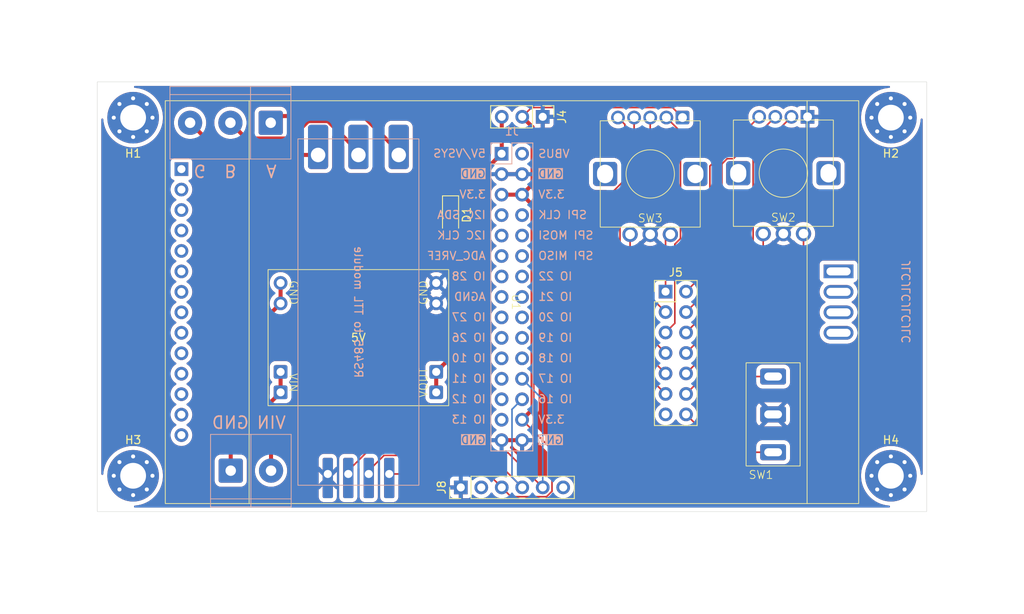
<source format=kicad_pcb>
(kicad_pcb (version 20241229) (generator "pcbnew") (generator_version "9.0")
  (layers (0 "F.Cu" signal) (2 "B.Cu" signal) (13 "F.Paste" user) (15 "B.Paste" user) (5 "F.SilkS" user "F.Silkscreen") (7 "B.SilkS" user "B.Silkscreen") (1 "F.Mask" user) (3 "B.Mask" user) (25 "Edge.Cuts" user))
  (net 0 "")
  (net 1 "/IO_19")
  (net 2 "/IO_12")
  (net 3 "/I2C_SDA")
  (net 4 "GND")
  (net 5 "/IO_18")
  (net 6 "/IO_22")
  (net 7 "VBUS")
  (net 8 "/IO_26")
  (net 9 "/AGND")
  (net 10 "/IO_28")
  (net 11 "/IO_17")
  (net 12 "/IO_27")
  (net 13 "/IO_13")
  (net 14 "/SPI_MOSI")
  (net 15 "/SPI_MISO")
  (net 16 "/IO_20")
  (net 17 "/SPI_CLK")
  (net 18 "+3.3V")
  (net 19 "/ADC_VREF")
  (net 20 "+5V")
  (net 21 "/IO_16")
  (net 22 "/I2C_CLK")
  (net 23 "/IO_21")
  (net 60 "/IO_10")
  (net 61 "/IO_11")
  (net 62 "/ENC_2_LR")
  (net 63 "/ENC_1_LR")
  (net 64 "/ENC_1_B")
  (net 65 "Net-(J2-Pin_2)")
  (net 66 "Net-(J2-Pin_1)")
  (net 67 "/ENC_1_LG")
  (net 68 "/ENC_2_LG")
  (net 69 "/ENC_1_A")
  (net 70 "/SW_1")
  (net 71 "/ENC_2_SW")
  (net 72 "Net-(J3-Pin_1)")
  (net 73 "/ENC_1_SW")
  (net 74 "/SW_2")
  (net 75 "Net-(J3-Pin_2)")
  (net 94 "Net-(J3-Pin_3)")
  (net 95 "/ENC_2_A")
  (net 96 "/ENC_1_LB")
  (net 97 "/ENC_2_B")
  (net 101 "Net-(D1-A)")
  (footprint "MountingHole:MountingHole_3.2mm_M3_Pad_Via" (layer "F.Cu") (at 80.01 78.105)
    (property "Reference" "H1" (at 0 4.445 0) (layer "F.SilkS"))
    (property "Value" "MountingHole_Pad")
    (pad "1" thru_hole circle (at -2.4 0) (size 0.8 0.8) (drill 0.5) (layers "*.Cu" "*.Mask"))
    (pad "1" thru_hole circle (at -1.697056 -1.697056) (size 0.8 0.8) (drill 0.5) (layers "*.Cu" "*.Mask"))
    (pad "1" thru_hole circle (at -1.697056 1.697056) (size 0.8 0.8) (drill 0.5) (layers "*.Cu" "*.Mask"))
    (pad "1" thru_hole circle (at 0 -2.4) (size 0.8 0.8) (drill 0.5) (layers "*.Cu" "*.Mask"))
    (pad "1" thru_hole circle (at 0 0) (size 6.4 6.4) (drill 3.2) (layers "*.Cu" "*.Mask"))
    (pad "1" thru_hole circle (at 0 2.4) (size 0.8 0.8) (drill 0.5) (layers "*.Cu" "*.Mask"))
    (pad "1" thru_hole circle (at 1.697056 -1.697056) (size 0.8 0.8) (drill 0.5) (layers "*.Cu" "*.Mask"))
    (pad "1" thru_hole circle (at 1.697056 1.697056) (size 0.8 0.8) (drill 0.5) (layers "*.Cu" "*.Mask"))
    (pad "1" thru_hole circle (at 2.4 0) (size 0.8 0.8) (drill 0.5) (layers "*.Cu" "*.Mask"))
  )
  (footprint "Connector_PinHeader_2.54mm:PinHeader_1x06_P2.54mm_Vertical" (layer "F.Cu") (at 120.65 124 90)
    (property "Reference" "J8" (at 0 -2.38 90) (layer "F.SilkS"))
    (property "Value" "Conn_01x06")
    (fp_line (start -1.38 -1.38) (end 0 -1.38) (stroke (width 0.12)) (layer "F.SilkS"))
    (fp_line (start -1.38 0) (end -1.38 -1.38) (stroke (width 0.12)) (layer "F.SilkS"))
    (fp_line (start 1.38 1.27) (end 1.38 14.08) (stroke (width 0.12)) (layer "F.SilkS"))
    (fp_line (start -1.38 1.27) (end 1.38 1.27) (stroke (width 0.12)) (layer "F.SilkS"))
    (fp_line (start -1.38 1.27) (end -1.38 14.08) (stroke (width 0.12)) (layer "F.SilkS"))
    (fp_line (start -1.38 14.08) (end 1.38 14.08) (stroke (width 0.12)) (layer "F.SilkS"))
    (pad "1" thru_hole rect (at 0 0 90) (size 1.7 1.7) (drill 1) (layers "*.Cu" "*.Mask") (net 4 "GND"))
    (pad "2" thru_hole circle (at 0 2.54 90) (size 1.7 1.7) (drill 1) (layers "*.Cu" "*.Mask"))
    (pad "3" thru_hole circle (at 0 5.08 90) (size 1.7 1.7) (drill 1) (layers "*.Cu" "*.Mask") (net 18 "+3.3V"))
    (pad "4" thru_hole circle (at 0 7.62 90) (size 1.7 1.7) (drill 1) (layers "*.Cu" "*.Mask") (net 21 "/IO_16"))
    (pad "5" thru_hole circle (at 0 10.16 90) (size 1.7 1.7) (drill 1) (layers "*.Cu" "*.Mask") (net 11 "/IO_17"))
    (pad "6" thru_hole circle (at 0 12.7 90) (size 1.7 1.7) (drill 1) (layers "*.Cu" "*.Mask"))
  )
  (footprint "Connector_PinHeader_2.54mm:PinHeader_1x03_P2.54mm_Vertical" (layer "F.Cu") (at 130.81 78 -90)
    (property "Reference" "J4" (at 0 -2.38 90) (layer "F.SilkS"))
    (property "Value" "Conn_01x03")
    (fp_line (start -1.38 6.46) (end 1.38 6.46) (stroke (width 0.12)) (layer "F.SilkS"))
    (fp_line (start -1.38 1.27) (end -1.38 6.46) (stroke (width 0.12)) (layer "F.SilkS"))
    (fp_line (start -1.38 1.27) (end 1.38 1.27) (stroke (width 0.12)) (layer "F.SilkS"))
    (fp_line (start 1.38 1.27) (end 1.38 6.46) (stroke (width 0.12)) (layer "F.SilkS"))
    (fp_line (start -1.38 0) (end -1.38 -1.38) (stroke (width 0.12)) (layer "F.SilkS"))
    (fp_line (start -1.38 -1.38) (end 0 -1.38) (stroke (width 0.12)) (layer "F.SilkS"))
    (pad "1" thru_hole rect (at 0 0 270) (size 1.7 1.7) (drill 1) (layers "*.Cu" "*.Mask") (net 4 "GND"))
    (pad "2" thru_hole circle (at 0 2.54 270) (size 1.7 1.7) (drill 1) (layers "*.Cu" "*.Mask") (net 18 "+3.3V"))
    (pad "3" thru_hole circle (at 0 5.08 270) (size 1.7 1.7) (drill 1) (layers "*.Cu" "*.Mask") (net 20 "+5V"))
  )
  (footprint "Input:AliE_SPDT_Lever_Switch" (layer "F.Cu") (at 159.385 114.935)
    (property "Reference" "SW1" (at -1.5 7.5 0) (layer "F.SilkS") (effects (font (thickness 0.1))))
    (property "Value" "SW_SPDT")
    (fp_rect (start -3.35 -6.4) (end 3.35 6.4) (stroke (width 0.1)) (fill no) (layer "F.SilkS"))
    (pad "1" thru_hole roundrect (at 0 -4.7) (size 3.2 2) (drill oval 2.2 1) (layers "*.Cu" "*.Mask") (roundrect_rratio 0.15) (net 70 "/SW_1"))
    (pad "2" thru_hole roundrect (at 0 0) (size 3.2 2) (drill oval 2.2 1) (layers "*.Cu" "*.Mask") (roundrect_rratio 0.15) (net 4 "GND"))
    (pad "3" thru_hole roundrect (at 0 4.7) (size 3.2 2) (drill oval 2.2 1) (layers "*.Cu" "*.Mask") (roundrect_rratio 0.15) (net 74 "/SW_2"))
  )
  (footprint "Diode_SMD:D_SOD-123" (layer "F.Cu") (at 119.38 90.17 -90)
    (property "Reference" "D1" (at 0 -2 90) (layer "F.SilkS"))
    (property "Value" "D_Schottky")
    (fp_line (start -2.36 1) (end 1.65 1) (stroke (width 0.12)) (layer "F.SilkS"))
    (fp_line (start -2.36 -1) (end -2.36 1) (stroke (width 0.12)) (layer "F.SilkS"))
    (fp_line (start -2.36 -1) (end 1.65 -1) (stroke (width 0.12)) (layer "F.SilkS"))
    (pad "1" smd roundrect (at -1.65 0 270) (size 0.9 1.2) (layers "F.Cu" "F.Mask" "F.Paste") (net 20 "+5V"))
    (pad "2" smd roundrect (at 1.65 0 270) (size 0.9 1.2) (layers "F.Cu" "F.Mask" "F.Paste") (net 101 "Net-(D1-A)"))
  )
  (footprint "Displays:ILI9341_2.8in_with_touch_and_sd" (layer "F.Cu") (at 127 101 -90)
    (property "Reference" "U1" (at 0 -0.5 270) (layer "F.SilkS") (effects (font (thickness 0.1))))
    (property "Value" "~")
    (fp_line (start -25 32.6) (end 25 32.6) (stroke (width 0.1)) (layer "F.SilkS"))
    (fp_line (start -25 -36.6) (end 25 -36.6) (stroke (width 0.1)) (layer "F.SilkS"))
    (fp_rect (start -25 -43) (end 25 43) (stroke (width 0.1)) (fill no) (layer "F.SilkS"))
    (pad "1" thru_hole rect (at -16.51 41) (size 1.7 1.7) (drill 1) (layers "*.Cu" "*.Mask"))
    (pad "2" thru_hole oval (at -13.97 41) (size 1.7 1.7) (drill 1) (layers "*.Cu" "*.Mask"))
    (pad "3" thru_hole oval (at -11.43 41) (size 1.7 1.7) (drill 1) (layers "*.Cu" "*.Mask"))
    (pad "4" thru_hole oval (at -8.89 41) (size 1.7 1.7) (drill 1) (layers "*.Cu" "*.Mask"))
    (pad "5" thru_hole oval (at -6.35 41) (size 1.7 1.7) (drill 1) (layers "*.Cu" "*.Mask"))
    (pad "6" thru_hole oval (at -3.81 41) (size 1.7 1.7) (drill 1) (layers "*.Cu" "*.Mask"))
    (pad "7" thru_hole oval (at -1.27 41) (size 1.7 1.7) (drill 1) (layers "*.Cu" "*.Mask"))
    (pad "8" thru_hole oval (at 1.27 41) (size 1.7 1.7) (drill 1) (layers "*.Cu" "*.Mask"))
    (pad "9" thru_hole oval (at 3.81 41) (size 1.7 1.7) (drill 1) (layers "*.Cu" "*.Mask"))
    (pad "10" thru_hole oval (at 6.35 41) (size 1.7 1.7) (drill 1) (layers "*.Cu" "*.Mask"))
    (pad "11" thru_hole oval (at 8.89 41) (size 1.7 1.7) (drill 1) (layers "*.Cu" "*.Mask"))
    (pad "12" thru_hole oval (at 11.43 41) (size 1.7 1.7) (drill 1) (layers "*.Cu" "*.Mask"))
    (pad "13" thru_hole oval (at 13.97 41) (size 1.7 1.7) (drill 1) (layers "*.Cu" "*.Mask"))
    (pad "14" thru_hole oval (at 16.51 41) (size 1.7 1.7) (drill 1) (layers "*.Cu" "*.Mask"))
    (pad "15" thru_hole rect (at -3.81 -40.5) (size 3.7 1.7) (drill oval 3 1) (layers "*.Cu" "*.Mask"))
    (pad "16" thru_hole oval (at -1.27 -40.5) (size 3.7 1.7) (drill oval 3 1) (layers "*.Cu" "*.Mask"))
    (pad "17" thru_hole oval (at 1.27 -40.5) (size 3.7 1.7) (drill oval 3 1) (layers "*.Cu" "*.Mask"))
    (pad "18" thru_hole oval (at 3.81 -40.5) (size 3.7 1.7) (drill oval 3 1) (layers "*.Cu" "*.Mask"))
  )
  (footprint "Input:RotaryEncoder_Switch_RG" (layer "F.Cu") (at 160.655 85)
    (property "Reference" "SW2" (at 0 5.5 0) (layer "F.SilkS") (effects (font (thickness 0.1))))
    (property "Value" "RotaryEncoder_Switch_RG")
    (fp_rect (start -6.2 -6.6) (end 6.2 6.6) (stroke (width 0.1)) (fill no) (layer "F.SilkS"))
    (fp_circle (center 0 0) (end 3 0) (stroke (width 0.1)) (fill no) (layer "F.SilkS"))
    (pad "" thru_hole roundrect (at -5.6 0) (size 3 3) (drill oval 2 2.3) (layers "*.Cu" "*.Mask") (roundrect_rratio 0.1470588235))
    (pad "" thru_hole roundrect (at 5.6 0) (size 3 3) (drill oval 2 2.3) (layers "*.Cu" "*.Mask") (roundrect_rratio 0.1470588235))
    (pad "1" thru_hole rect (at 3 -7) (size 1.7 1.7) (drill 1.1) (layers "*.Cu" "*.Mask") (net 4 "GND"))
    (pad "2" thru_hole circle (at 1 -7) (size 1.7 1.7) (drill 1.1) (layers "*.Cu" "*.Mask") (net 62 "/ENC_2_LR"))
    (pad "3" thru_hole circle (at -1 -7) (size 1.7 1.7) (drill 1.1) (layers "*.Cu" "*.Mask") (net 68 "/ENC_2_LG"))
    (pad "4" thru_hole circle (at -3 -7) (size 1.7 1.7) (drill 1.1) (layers "*.Cu" "*.Mask") (net 71 "/ENC_2_SW"))
    (pad "A" thru_hole circle (at -2.5 7.5) (size 1.9 1.9) (drill 1.2) (layers "*.Cu" "*.Mask") (net 95 "/ENC_2_A"))
    (pad "B" thru_hole circle (at 2.5 7.5) (size 1.9 1.9) (drill 1.2) (layers "*.Cu" "*.Mask") (net 97 "/ENC_2_B"))
    (pad "C" thru_hole circle (at 0 7.5) (size 1.9 1.9) (drill 1.2) (layers "*.Cu" "*.Mask") (net 4 "GND"))
  )
  (footprint "Modules:AliE_MP1584EN_regulator" (layer "F.Cu") (at 107.95 105.41)
    (property "Reference" "U2")
    (property "Value" "5V" (at 0 0 0) (layer "F.SilkS"))
    (fp_rect (start -11.2 -8.45) (end 11.2 8.45) (stroke (width 0.1)) (fill no) (layer "F.SilkS"))
    (fp_text user "GND" (at -8.636 -5.588 270) (layer "F.SilkS") (effects (font (thickness 0.1)) (justify bottom)))
    (fp_text user "GND" (at 8.636 -5.588 90) (layer "F.SilkS") (effects (font (thickness 0.1)) (justify bottom)))
    (fp_text user "VOUT" (at 8.636 5.588 90) (layer "F.SilkS") (effects (font (thickness 0.1)) (justify bottom)))
    (fp_text user "VIN" (at -8.636 5.588 270) (layer "F.SilkS") (effects (font (thickness 0.1)) (justify bottom)))
    (pad "1" thru_hole roundrect (at -9.65 4.25) (size 1.7 1.7) (drill 1) (layers "*.Cu" "*.Mask") (roundrect_rratio 0.1470588235) (net 65 "Net-(J2-Pin_2)"))
    (pad "1" thru_hole roundrect (at -9.65 6.79) (size 1.7 1.7) (drill 1) (layers "*.Cu" "*.Mask") (roundrect_rratio 0.1470588235) (net 65 "Net-(J2-Pin_2)"))
    (pad "2" thru_hole circle (at -9.65 -6.79) (size 1.7 1.7) (drill 1) (layers "*.Cu" "*.Mask") (net 66 "Net-(J2-Pin_1)"))
    (pad "2" thru_hole circle (at -9.65 -4.25) (size 1.7 1.7) (drill 1) (layers "*.Cu" "*.Mask") (net 66 "Net-(J2-Pin_1)"))
    (pad "3" thru_hole roundrect (at 9.65 4.25) (size 1.7 1.7) (drill 1) (layers "*.Cu" "*.Mask") (roundrect_rratio 0.1470588235) (net 101 "Net-(D1-A)"))
    (pad "3" thru_hole roundrect (at 9.65 6.79) (size 1.7 1.7) (drill 1) (layers "*.Cu" "*.Mask") (roundrect_rratio 0.1470588235) (net 101 "Net-(D1-A)"))
    (pad "4" thru_hole circle (at 9.65 -6.79) (size 1.7 1.7) (drill 1) (layers "*.Cu" "*.Mask") (net 4 "GND"))
    (pad "4" thru_hole circle (at 9.65 -4.25) (size 1.7 1.7) (drill 1) (layers "*.Cu" "*.Mask") (net 4 "GND"))
  )
  (footprint "MountingHole:MountingHole_3.2mm_M3_Pad_Via" (layer "F.Cu") (at 173.99 78.105)
    (property "Reference" "H2" (at 0 4.445 0) (layer "F.SilkS"))
    (property "Value" "MountingHole_Pad")
    (pad "1" thru_hole circle (at -2.4 0) (size 0.8 0.8) (drill 0.5) (layers "*.Cu" "*.Mask"))
    (pad "1" thru_hole circle (at -1.697056 -1.697056) (size 0.8 0.8) (drill 0.5) (layers "*.Cu" "*.Mask"))
    (pad "1" thru_hole circle (at -1.697056 1.697056) (size 0.8 0.8) (drill 0.5) (layers "*.Cu" "*.Mask"))
    (pad "1" thru_hole circle (at 0 -2.4) (size 0.8 0.8) (drill 0.5) (layers "*.Cu" "*.Mask"))
    (pad "1" thru_hole circle (at 0 0) (size 6.4 6.4) (drill 3.2) (layers "*.Cu" "*.Mask"))
    (pad "1" thru_hole circle (at 0 2.4) (size 0.8 0.8) (drill 0.5) (layers "*.Cu" "*.Mask"))
    (pad "1" thru_hole circle (at 1.697056 -1.697056) (size 0.8 0.8) (drill 0.5) (layers "*.Cu" "*.Mask"))
    (pad "1" thru_hole circle (at 1.697056 1.697056) (size 0.8 0.8) (drill 0.5) (layers "*.Cu" "*.Mask"))
    (pad "1" thru_hole circle (at 2.4 0) (size 0.8 0.8) (drill 0.5) (layers "*.Cu" "*.Mask"))
  )
  (footprint "Input:RotaryEncoder_Switch_RGB" (layer "F.Cu") (at 144.145 85.09)
    (property "Reference" "SW3" (at 0 5.5 0) (layer "F.SilkS") (effects (font (thickness 0.1))))
    (property "Value" "RotaryEncoder_Switch_RGB")
    (fp_rect (start -6.2 -6.6) (end 6.2 6.6) (stroke (width 0.1)) (fill no) (layer "F.SilkS"))
    (fp_circle (center 0 0) (end 3 0) (stroke (width 0.1)) (fill no) (layer "F.SilkS"))
    (pad "" thru_hole roundrect (at -5.6 0) (size 3 3) (drill oval 2 2.3) (layers "*.Cu" "*.Mask") (roundrect_rratio 0.1470588235))
    (pad "" thru_hole roundrect (at 5.6 0) (size 3 3) (drill oval 2 2.3) (layers "*.Cu" "*.Mask") (roundrect_rratio 0.1470588235))
    (pad "1" thru_hole circle (at -4 -7) (size 1.7 1.7) (drill 1.1) (layers "*.Cu" "*.Mask") (net 63 "/ENC_1_LR"))
    (pad "2" thru_hole circle (at -2 -7) (size 1.7 1.7) (drill 1.1) (layers "*.Cu" "*.Mask") (net 67 "/ENC_1_LG"))
    (pad "3" thru_hole circle (at 0 -7) (size 1.7 1.7) (drill 1.1) (layers "*.Cu" "*.Mask") (net 73 "/ENC_1_SW"))
    (pad "4" thru_hole circle (at 2 -7) (size 1.7 1.7) (drill 1.1) (layers "*.Cu" "*.Mask") (net 96 "/ENC_1_LB"))
    (pad "5" thru_hole roundrect (at 4 -7) (size 1.7 1.7) (drill 1.1) (layers "*.Cu" "*.Mask") (roundrect_rratio 0.1470588235) (net 18 "+3.3V"))
    (pad "A" thru_hole circle (at -2.5 7.5) (size 1.9 1.9) (drill 1.2) (layers "*.Cu" "*.Mask") (net 69 "/ENC_1_A"))
    (pad "B" thru_hole circle (at 2.5 7.5) (size 1.9 1.9) (drill 1.2) (layers "*.Cu" "*.Mask") (net 64 "/ENC_1_B"))
    (pad "C" thru_hole circle (at 0 7.5) (size 1.9 1.9) (drill 1.2) (layers "*.Cu" "*.Mask") (net 4 "GND"))
  )
  (footprint "Connector_PinHeader_2.54mm:PinHeader_2x07_P2.54mm_Vertical" (layer "F.Cu") (at 146.045 99.695)
    (property "Reference" "J5" (at 1.27 -2.38 0) (layer "F.SilkS"))
    (property "Value" "Conn_02x07_Odd_Even")
    (fp_line (start -1.38 -1.38) (end 0 -1.38) (stroke (width 0.12)) (layer "F.SilkS"))
    (fp_line (start -1.38 0) (end -1.38 -1.38) (stroke (width 0.12)) (layer "F.SilkS"))
    (fp_line (start -1.38 1.27) (end -1.38 16.62) (stroke (width 0.12)) (layer "F.SilkS"))
    (fp_line (start -1.38 1.27) (end 1.27 1.27) (stroke (width 0.12)) (layer "F.SilkS"))
    (fp_line (start -1.38 16.62) (end 3.92 16.62) (stroke (width 0.12)) (layer "F.SilkS"))
    (fp_line (start 1.27 -1.38) (end 3.92 -1.38) (stroke (width 0.12)) (layer "F.SilkS"))
    (fp_line (start 1.27 1.27) (end 1.27 -1.38) (stroke (width 0.12)) (layer "F.SilkS"))
    (fp_line (start 3.92 -1.38) (end 3.92 16.62) (stroke (width 0.12)) (layer "F.SilkS"))
    (pad "1" thru_hole rect (at 0 0) (size 1.7 1.7) (drill 1) (layers "*.Cu" "*.Mask") (net 64 "/ENC_1_B"))
    (pad "2" thru_hole circle (at 2.54 0) (size 1.7 1.7) (drill 1) (layers "*.Cu" "*.Mask") (net 71 "/ENC_2_SW"))
    (pad "3" thru_hole circle (at 0 2.54) (size 1.7 1.7) (drill 1) (layers "*.Cu" "*.Mask") (net 69 "/ENC_1_A"))
    (pad "4" thru_hole circle (at 2.54 2.54) (size 1.7 1.7) (drill 1) (layers "*.Cu" "*.Mask") (net 68 "/ENC_2_LG"))
    (pad "5" thru_hole circle (at 0 5.08) (size 1.7 1.7) (drill 1) (layers "*.Cu" "*.Mask") (net 96 "/ENC_1_LB"))
    (pad "6" thru_hole circle (at 2.54 5.08) (size 1.7 1.7) (drill 1) (layers "*.Cu" "*.Mask") (net 62 "/ENC_2_LR"))
    (pad "7" thru_hole circle (at 0 7.62) (size 1.7 1.7) (drill 1) (layers "*.Cu" "*.Mask") (net 73 "/ENC_1_SW"))
    (pad "8" thru_hole circle (at 2.54 7.62) (size 1.7 1.7) (drill 1) (layers "*.Cu" "*.Mask") (net 95 "/ENC_2_A"))
    (pad "9" thru_hole circle (at 0 10.16) (size 1.7 1.7) (drill 1) (layers "*.Cu" "*.Mask") (net 67 "/ENC_1_LG"))
    (pad "10" thru_hole circle (at 2.54 10.16) (size 1.7 1.7) (drill 1) (layers "*.Cu" "*.Mask") (net 97 "/ENC_2_B"))
    (pad "11" thru_hole circle (at 0 12.7) (size 1.7 1.7) (drill 1) (layers "*.Cu" "*.Mask") (net 63 "/ENC_1_LR"))
    (pad "12" thru_hole circle (at 2.54 12.7) (size 1.7 1.7) (drill 1) (layers "*.Cu" "*.Mask") (net 70 "/SW_1"))
    (pad "13" thru_hole circle (at 0 15.24) (size 1.7 1.7) (drill 1) (layers "*.Cu" "*.Mask"))
    (pad "14" thru_hole circle (at 2.54 15.24) (size 1.7 1.7) (drill 1) (layers "*.Cu" "*.Mask") (net 74 "/SW_2"))
  )
  (footprint "MountingHole:MountingHole_3.2mm_M3_Pad_Via" (layer "F.Cu") (at 80.01 122.555)
    (property "Reference" "H3" (at 0 -4.445 0) (layer "F.SilkS"))
    (property "Value" "MountingHole_Pad")
    (pad "1" thru_hole circle (at -2.4 0) (size 0.8 0.8) (drill 0.5) (layers "*.Cu" "*.Mask"))
    (pad "1" thru_hole circle (at -1.697056 -1.697056) (size 0.8 0.8) (drill 0.5) (layers "*.Cu" "*.Mask"))
    (pad "1" thru_hole circle (at -1.697056 1.697056) (size 0.8 0.8) (drill 0.5) (layers "*.Cu" "*.Mask"))
    (pad "1" thru_hole circle (at 0 -2.4) (size 0.8 0.8) (drill 0.5) (layers "*.Cu" "*.Mask"))
    (pad "1" thru_hole circle (at 0 0) (size 6.4 6.4) (drill 3.2) (layers "*.Cu" "*.Mask"))
    (pad "1" thru_hole circle (at 0 2.4) (size 0.8 0.8) (drill 0.5) (layers "*.Cu" "*.Mask"))
    (pad "1" thru_hole circle (at 1.697056 -1.697056) (size 0.8 0.8) (drill 0.5) (layers "*.Cu" "*.Mask"))
    (pad "1" thru_hole circle (at 1.697056 1.697056) (size 0.8 0.8) (drill 0.5) (layers "*.Cu" "*.Mask"))
    (pad "1" thru_hole circle (at 2.4 0) (size 0.8 0.8) (drill 0.5) (layers "*.Cu" "*.Mask"))
  )
  (footprint "MountingHole:MountingHole_3.2mm_M3_Pad_Via" (layer "F.Cu") (at 173.99 122.555)
    (property "Reference" "H4" (at 0 -4.445 0) (layer "F.SilkS"))
    (property "Value" "MountingHole_Pad")
    (pad "1" thru_hole circle (at -2.4 0) (size 0.8 0.8) (drill 0.5) (layers "*.Cu" "*.Mask"))
    (pad "1" thru_hole circle (at -1.697056 -1.697056) (size 0.8 0.8) (drill 0.5) (layers "*.Cu" "*.Mask"))
    (pad "1" thru_hole circle (at -1.697056 1.697056) (size 0.8 0.8) (drill 0.5) (layers "*.Cu" "*.Mask"))
    (pad "1" thru_hole circle (at 0 -2.4) (size 0.8 0.8) (drill 0.5) (layers "*.Cu" "*.Mask"))
    (pad "1" thru_hole circle (at 0 0) (size 6.4 6.4) (drill 3.2) (layers "*.Cu" "*.Mask"))
    (pad "1" thru_hole circle (at 0 2.4) (size 0.8 0.8) (drill 0.5) (layers "*.Cu" "*.Mask"))
    (pad "1" thru_hole circle (at 1.697056 -1.697056) (size 0.8 0.8) (drill 0.5) (layers "*.Cu" "*.Mask"))
    (pad "1" thru_hole circle (at 1.697056 1.697056) (size 0.8 0.8) (drill 0.5) (layers "*.Cu" "*.Mask"))
    (pad "1" thru_hole circle (at 2.4 0) (size 0.8 0.8) (drill 0.5) (layers "*.Cu" "*.Mask"))
  )
  (footprint "Connector_PinSocket_2.54mm:PinSocket_2x15_P2.54mm_Vertical" (layer "B.Cu") (at 125.71 82.58 180)
    (property "Reference" "J1" (at -1.27 2.77 0) (layer "B.SilkS") (effects (justify mirror)))
    (property "Value" "Conn_02x15_Odd_Even")
    (fp_line (start 1.33 1.33) (end 1.33 0) (stroke (width 0.12)) (layer "B.SilkS"))
    (fp_line (start 1.33 -1.27) (end 1.33 -36.89) (stroke (width 0.12)) (layer "B.SilkS"))
    (fp_line (start 0 1.33) (end 1.33 1.33) (stroke (width 0.12)) (layer "B.SilkS"))
    (fp_line (start -1.27 1.33) (end -1.27 -1.27) (stroke (width 0.12)) (layer "B.SilkS"))
    (fp_line (start -1.27 -1.27) (end 1.33 -1.27) (stroke (width 0.12)) (layer "B.SilkS"))
    (fp_line (start -3.87 1.33) (end -1.27 1.33) (stroke (width 0.12)) (layer "B.SilkS"))
    (fp_line (start -3.87 1.33) (end -3.87 -36.89) (stroke (width 0.12)) (layer "B.SilkS"))
    (fp_line (start -3.87 -36.89) (end 1.33 -36.89) (stroke (width 0.12)) (layer "B.SilkS"))
    (pad "1" thru_hole rect (at 0 0 180) (size 1.7 1.7) (drill 1) (layers "*.Cu" "*.Mask") (net 20 "+5V"))
    (pad "2" thru_hole oval (at -2.54 0 180) (size 1.7 1.7) (drill 1) (layers "*.Cu" "*.Mask") (net 7 "VBUS"))
    (pad "3" thru_hole oval (at 0 -2.54 180) (size 1.7 1.7) (drill 1) (layers "*.Cu" "*.Mask") (net 4 "GND"))
    (pad "4" thru_hole oval (at -2.54 -2.54 180) (size 1.7 1.7) (drill 1) (layers "*.Cu" "*.Mask") (net 4 "GND"))
    (pad "5" thru_hole oval (at 0 -5.08 180) (size 1.7 1.7) (drill 1) (layers "*.Cu" "*.Mask") (net 18 "+3.3V"))
    (pad "6" thru_hole oval (at -2.54 -5.08 180) (size 1.7 1.7) (drill 1) (layers "*.Cu" "*.Mask") (net 18 "+3.3V"))
    (pad "7" thru_hole oval (at 0 -7.62 180) (size 1.7 1.7) (drill 1) (layers "*.Cu" "*.Mask") (net 3 "/I2C_SDA"))
    (pad "8" thru_hole oval (at -2.54 -7.62 180) (size 1.7 1.7) (drill 1) (layers "*.Cu" "*.Mask") (net 17 "/SPI_CLK"))
    (pad "9" thru_hole oval (at 0 -10.16 180) (size 1.7 1.7) (drill 1) (layers "*.Cu" "*.Mask") (net 22 "/I2C_CLK"))
    (pad "10" thru_hole oval (at -2.54 -10.16 180) (size 1.7 1.7) (drill 1) (layers "*.Cu" "*.Mask") (net 14 "/SPI_MOSI"))
    (pad "11" thru_hole oval (at 0 -12.7 180) (size 1.7 1.7) (drill 1) (layers "*.Cu" "*.Mask") (net 19 "/ADC_VREF"))
    (pad "12" thru_hole oval (at -2.54 -12.7 180) (size 1.7 1.7) (drill 1) (layers "*.Cu" "*.Mask") (net 15 "/SPI_MISO"))
    (pad "13" thru_hole oval (at 0 -15.24 180) (size 1.7 1.7) (drill 1) (layers "*.Cu" "*.Mask") (net 10 "/IO_28"))
    (pad "14" thru_hole oval (at -2.54 -15.24 180) (size 1.7 1.7) (drill 1) (layers "*.Cu" "*.Mask") (net 6 "/IO_22"))
    (pad "15" thru_hole oval (at 0 -17.78 180) (size 1.7 1.7) (drill 1) (layers "*.Cu" "*.Mask") (net 9 "/AGND"))
    (pad "16" thru_hole oval (at -2.54 -17.78 180) (size 1.7 1.7) (drill 1) (layers "*.Cu" "*.Mask") (net 23 "/IO_21"))
    (pad "17" thru_hole oval (at 0 -20.32 180) (size 1.7 1.7) (drill 1) (layers "*.Cu" "*.Mask") (net 12 "/IO_27"))
    (pad "18" thru_hole oval (at -2.54 -20.32 180) (size 1.7 1.7) (drill 1) (layers "*.Cu" "*.Mask") (net 16 "/IO_20"))
    (pad "19" thru_hole oval (at 0 -22.86 180) (size 1.7 1.7) (drill 1) (layers "*.Cu" "*.Mask") (net 8 "/IO_26"))
    (pad "20" thru_hole oval (at -2.54 -22.86 180) (size 1.7 1.7) (drill 1) (layers "*.Cu" "*.Mask") (net 1 "/IO_19"))
    (pad "21" thru_hole oval (at 0 -25.4 180) (size 1.7 1.7) (drill 1) (layers "*.Cu" "*.Mask") (net 60 "/IO_10"))
    (pad "22" thru_hole oval (at -2.54 -25.4 180) (size 1.7 1.7) (drill 1) (layers "*.Cu" "*.Mask") (net 5 "/IO_18"))
    (pad "23" thru_hole oval (at 0 -27.94 180) (size 1.7 1.7) (drill 1) (layers "*.Cu" "*.Mask") (net 61 "/IO_11"))
    (pad "24" thru_hole oval (at -2.54 -27.94 180) (size 1.7 1.7) (drill 1) (layers "*.Cu" "*.Mask") (net 11 "/IO_17"))
    (pad "25" thru_hole oval (at 0 -30.48 180) (size 1.7 1.7) (drill 1) (layers "*.Cu" "*.Mask") (net 2 "/IO_12"))
    (pad "26" thru_hole oval (at -2.54 -30.48 180) (size 1.7 1.7) (drill 1) (layers "*.Cu" "*.Mask") (net 21 "/IO_16"))
    (pad "27" thru_hole oval (at 0 -33.02 180) (size 1.7 1.7) (drill 1) (layers "*.Cu" "*.Mask") (net 13 "/IO_13"))
    (pad "28" thru_hole oval (at -2.54 -33.02 180) (size 1.7 1.7) (drill 1) (layers "*.Cu" "*.Mask") (net 18 "+3.3V"))
    (pad "29" thru_hole oval (at 0 -35.56 180) (size 1.7 1.7) (drill 1) (layers "*.Cu" "*.Mask") (net 4 "GND"))
    (pad "30" thru_hole oval (at -2.54 -35.56 180) (size 1.7 1.7) (drill 1) (layers "*.Cu" "*.Mask") (net 4 "GND"))
  )
  (footprint "Connectors:CTB7000-2" (layer "B.Cu") (at 94.615 121.92 180)
    (property "Reference" "J2")
    (property "Value" "Conn_01x02")
    (fp_line (start 5 4.5) (end 5 -4.5) (stroke (width 0.1)) (layer "B.SilkS"))
    (fp_line (start 0 4.5) (end 0 -4.5) (stroke (width 0.1)) (layer "B.SilkS"))
    (fp_line (start -5 4.5) (end 5 4.5) (stroke (width 0.1)) (layer "B.SilkS"))
    (fp_line (start -5 4.5) (end -5 -4.5) (stroke (width 0.1)) (layer "B.SilkS"))
    (fp_line (start -5 -3.5) (end 5 -3.5) (stroke (width 0.1)) (layer "B.SilkS"))
    (fp_line (start -5 -4.5) (end 5 -4.5) (stroke (width 0.1)) (layer "B.SilkS"))
    (pad "1" thru_hole roundrect (at 2.5 0 180) (size 3 3) (drill 1.3) (layers "*.Cu" "*.Mask") (roundrect_rratio 0.1) (net 66 "Net-(J2-Pin_1)"))
    (pad "2" thru_hole circle (at -2.5 0 180) (size 3 3) (drill 1.3) (layers "*.Cu" "*.Mask") (net 65 "Net-(J2-Pin_2)"))
  )
  (footprint "Modules:RS485_to_ttl" (layer "B.Cu") (at 107.95 102.235 90)
    (property "Reference" "U3")
    (property "Value" "RS485 to TTL module" (at 0 0 270) (layer "B.SilkS") (effects (justify mirror)))
    (fp_rect (start -21.5 7.5) (end 21.5 -7.5) (stroke (width 0.1)) (fill no) (layer "B.SilkS"))
    (pad "1" thru_hole roundrect (at -20.096703 3.823957 90) (size 5 1.27) (drill 1 (offset -0.5 0)) (layers "*.Cu" "*.Mask") (roundrect_rratio 0.15) (net 18 "+3.3V"))
    (pad "2" thru_hole roundrect (at -20.096703 1.283957 90) (size 5 1.27) (drill 1 (offset -0.5 0)) (layers "*.Cu" "*.Mask") (roundrect_rratio 0.15) (net 21 "/IO_16"))
    (pad "3" thru_hole roundrect (at -20.096703 -1.256043 90) (size 5 1.27) (drill 1 (offset -0.5 0)) (layers "*.Cu" "*.Mask") (roundrect_rratio 0.15) (net 11 "/IO_17"))
    (pad "4" thru_hole roundrect (at -20.096703 -3.796043 90) (size 5 1.27) (drill 1 (offset -0.5 0)) (layers "*.Cu" "*.Mask") (roundrect_rratio 0.15) (net 4 "GND"))
    (pad "5" thru_hole roundrect (at 19.5 5 270) (size 5.5 2.5) (drill 1.8 (offset -1 0)) (layers "*.Cu" "*.Mask") (roundrect_rratio 0.15) (net 72 "Net-(J3-Pin_1)"))
    (pad "6" thru_hole roundrect (at 19.5 0 270) (size 5.5 2.5) (drill 1.8 (offset -1 0)) (layers "*.Cu" "*.Mask") (roundrect_rratio 0.15) (net 75 "Net-(J3-Pin_2)"))
    (pad "7" thru_hole roundrect (at 19.5 -5 270) (size 5.5 2.5) (drill 1.8 (offset -1 0)) (layers "*.Cu" "*.Mask") (roundrect_rratio 0.15) (net 94 "Net-(J3-Pin_3)"))
  )
  (footprint "Connectors:CTB7000-3" (layer "B.Cu") (at 92.075 78.74)
    (property "Reference" "J3")
    (property "Value" "Conn_01x03")
    (fp_line (start -7.5 -4.5) (end 7.5 -4.5) (stroke (width 0.1)) (layer "B.SilkS"))
    (fp_line (start -7.5 -3.5) (end 7.5 -3.5) (stroke (width 0.1)) (layer "B.SilkS"))
    (fp_line (start -7.5 4.5) (end -7.5 -4.5) (stroke (width 0.1)) (layer "B.SilkS"))
    (fp_line (start -7.5 4.5) (end 7.5 4.5) (stroke (width 0.1)) (layer "B.SilkS"))
    (fp_line (start 2.5 4.5) (end 2.5 -4.5) (stroke (width 0.1)) (layer "B.SilkS"))
    (fp_line (start 7.5 4.5) (end 7.5 -4.5) (stroke (width 0.1)) (layer "B.SilkS"))
    (pad "1" thru_hole roundrect (at 5 0) (size 3 3) (drill 1.3) (layers "*.Cu" "*.Mask") (roundrect_rratio 0.1) (net 72 "Net-(J3-Pin_1)"))
    (pad "2" thru_hole circle (at 0 0) (size 3 3) (drill 1.3) (layers "*.Cu" "*.Mask") (net 75 "Net-(J3-Pin_2)"))
    (pad "3" thru_hole circle (at -5 0) (size 3 3) (drill 1.3) (layers "*.Cu" "*.Mask") (net 94 "Net-(J3-Pin_3)"))
  )
  (gr_rect (start 75.565 73.66) (end 178.435 127) (stroke (width 0.05)) (fill no) (layer "Edge.Cuts"))
  (gr_text "IO 11" (at 123.825 110.49 0) (layer "B.SilkS") (effects (font (size 1 1)) (justify left mirror)))
  (gr_text "IO 10" (at 123.825 107.95 0) (layer "B.SilkS") (effects (font (size 1 1)) (justify left mirror)))
  (gr_text "AGND" (at 123.825 100.33 0) (layer "B.SilkS") (effects (font (size 1 1)) (justify left mirror)))
  (gr_text "VIN" (at 97.155 116.84 0) (layer "B.SilkS") (effects (font (size 1.5 1.5) (thickness 0.2)) (justify bottom mirror)))
  (gr_text "IO 18" (at 130.175 107.95 0) (layer "B.SilkS") (effects (font (size 1 1)) (justify right mirror)))
  (gr_text "IO 21" (at 130.175 100.33 0) (layer "B.SilkS") (effects (font (size 1 1)) (justify right mirror)))
  (gr_text "IO 12" (at 123.825 113.03 0) (layer "B.SilkS") (effects (font (size 1 1)) (justify left mirror)))
  (gr_text "I2C SDA" (at 123.825 90.17 0) (layer "B.SilkS") (effects (font (size 1 1)) (justify left mirror)))
  (gr_text "IO 13" (at 123.825 115.57 0) (layer "B.SilkS") (effects (font (size 1 1)) (justify left mirror)))
  (gr_text "SPI MISO" (at 130.175 95.25 0) (layer "B.SilkS") (effects (font (size 1 1)) (justify right mirror)))
  (gr_text "3.3V" (at 130.175 115.57 0) (layer "B.SilkS") (effects (font (size 1 1)) (justify right mirror)))
  (gr_text "IO 22" (at 130.175 97.79 0) (layer "B.SilkS") (effects (font (size 1 1)) (justify right mirror)))
  (gr_text "GND" (at 130.175 85.09 0) (layer "B.SilkS" knockout) (effects (font (size 1 1)) (justify right mirror)))
  (gr_text "ADC_VREF" (at 123.825 95.25 0) (layer "B.SilkS") (effects (font (size 1 1)) (justify left mirror)))
  (gr_text "A" (at 97.155 83.82 180) (layer "B.SilkS") (effects (font (size 1.5 1.5) (thickness 0.2)) (justify bottom mirror)))
  (gr_text "GND" (at 123.825 118.11 0) (layer "B.SilkS" knockout) (effects (font (size 1 1)) (justify left mirror)))
  (gr_text "IO 17" (at 130.175 110.49 0) (layer "B.SilkS") (effects (font (size 1 1)) (justify right mirror)))
  (gr_text "IO 28" (at 123.825 97.79 0) (layer "B.SilkS") (effects (font (size 1 1)) (justify left mirror)))
  (gr_text "B" (at 92.075 83.82 180) (layer "B.SilkS") (effects (font (size 1.5 1.5) (thickness 0.2)) (justify bottom mirror)))
  (gr_text "GND" (at 130.175 118.11 0) (layer "B.SilkS" knockout) (effects (font (size 1 1)) (justify right mirror)))
  (gr_text "5V/VSYS" (at 123.825 82.55 0) (layer "B.SilkS") (effects (font (size 1 1)) (justify left mirror)))
  (gr_text "3.3V" (at 130.175 87.63 0) (layer "B.SilkS") (effects (font (size 1 1)) (justify right mirror)))
  (gr_text "IO 19" (at 130.175 105.41 0) (layer "B.SilkS") (effects (font (size 1 1)) (justify right mirror)))
  (gr_text "3.3V" (at 123.825 87.63 0) (layer "B.SilkS") (effects (font (size 1 1)) (justify left mirror)))
  (gr_text "SPI CLK" (at 130.175 90.17 0) (layer "B.SilkS") (effects (font (size 1 1)) (justify right mirror)))
  (gr_text "SPI MOSI" (at 130.175 92.71 0) (layer "B.SilkS") (effects (font (size 1 1)) (justify right mirror)))
  (gr_text "GND" (at 92.075 116.84 0) (layer "B.SilkS") (effects (font (size 1.5 1.5) (thickness 0.2)) (justify bottom mirror)))
  (gr_text "G" (at 88.265 83.82 180) (layer "B.SilkS") (effects (font (size 1.5 1.5) (thickness 0.2)) (justify bottom mirror)))
  (gr_text "IO 26" (at 123.825 105.41 0) (layer "B.SilkS") (effects (font (size 1 1)) (justify left mirror)))
  (gr_text "IO 16" (at 130.175 113.03 0) (layer "B.SilkS") (effects (font (size 1 1)) (justify right mirror)))
  (gr_text "IO 20" (at 130.175 102.87 0) (layer "B.SilkS") (effects (font (size 1 1)) (justify right mirror)))
  (gr_text "VBUS" (at 130.175 82.58 0) (layer "B.SilkS") (effects (font (size 1 1)) (justify right mirror)))
  (gr_text "I2C CLK" (at 123.825 92.71 0) (layer "B.SilkS") (effects (font (size 1 1)) (justify left mirror)))
  (gr_text "IO 27" (at 123.825 102.87 0) (layer "B.SilkS") (effects (font (size 1 1)) (justify left mirror)))
  (gr_text "GND" (at 123.825 85.09 0) (layer "B.SilkS" knockout) (effects (font (size 1 1)) (justify left mirror)))
  (gr_text "JLCJLCJLCJLC" (at 175.895 100.965 90) (layer "B.SilkS") (effects (font (size 1 1)) (justify mirror)))
  (segment (start 106.693957 122.331703) (end 106.693957 121.917337) (width 0.2) (layer "F.Cu") (net 11))
  (segment (start 106.693957 121.917337) (end 108.908591 119.702703) (width 0.2) (layer "F.Cu") (net 11))
  (segment (start 108.908591 119.702703) (end 126.512703 119.702703) (width 0.2) (layer "F.Cu") (net 11))
  (segment (start 126.512703 119.702703) (end 130.81 124) (width 0.2) (layer "F.Cu") (net 11))
  (segment (start 128.25 110.52) (end 130.81 113.08) (width 0.2) (layer "B.Cu") (net 11))
  (segment (start 130.81 113.08) (end 130.81 124) (width 0.2) (layer "B.Cu") (net 11))
  (segment (start 148.145 78.09) (end 146.904 76.849) (width 0.2) (layer "F.Cu") (net 18))
  (segment (start 125.73 124) (end 126.881 125.151) (width 0.2) (layer "F.Cu") (net 18))
  (segment (start 124.061703 122.331703) (end 125.73 124) (width 0.2) (layer "F.Cu") (net 18))
  (segment (start 129.551 114.299) (end 129.551 88.961) (width 0.5) (layer "F.Cu") (net 18))
  (segment (start 111.773957 122.331703) (end 124.061703 122.331703) (width 0.2) (layer "F.Cu") (net 18))
  (segment (start 131.961 119.311) (end 128.25 115.6) (width 0.2) (layer "F.Cu") (net 18))
  (segment (start 126.881 125.151) (end 131.28676 125.151) (width 0.2) (layer "F.Cu") (net 18))
  (segment (start 129.421 76.849) (end 128.27 78) (width 0.2) (layer "F.Cu") (net 18))
  (segment (start 128.27 78) (end 129.551 79.281) (width 0.5) (layer "F.Cu") (net 18))
  (segment (start 146.904 76.849) (end 129.421 76.849) (width 0.2) (layer "F.Cu") (net 18))
  (segment (start 131.961 124.47676) (end 131.961 119.311) (width 0.2) (layer "F.Cu") (net 18))
  (segment (start 125.71 87.66) (end 128.25 87.66) (width 0.5) (layer "F.Cu") (net 18))
  (segment (start 131.28676 125.151) (end 131.961 124.47676) (width 0.2) (layer "F.Cu") (net 18))
  (segment (start 129.551 86.359) (end 128.25 87.66) (width 0.5) (layer "F.Cu") (net 18))
  (segment (start 129.551 79.281) (end 129.551 86.359) (width 0.5) (layer "F.Cu") (net 18))
  (segment (start 129.551 88.961) (end 128.25 87.66) (width 0.5) (layer "F.Cu") (net 18))
  (segment (start 128.25 115.6) (end 129.551 114.299) (width 0.5) (layer "F.Cu") (net 18))
  (segment (start 119.77 88.52) (end 125.71 82.58) (width 0.5) (layer "F.Cu") (net 20))
  (segment (start 125.73 82.56) (end 125.71 82.58) (width 0.5) (layer "F.Cu") (net 20))
  (segment (start 125.73 78) (end 125.73 82.56) (width 0.5) (layer "F.Cu") (net 20))
  (segment (start 119.38 88.52) (end 119.77 88.52) (width 0.5) (layer "F.Cu") (net 20))
  (segment (start 111.120591 120.030703) (end 124.300703 120.030703) (width 0.2) (layer "F.Cu") (net 21))
  (segment (start 109.233957 122.331703) (end 109.233957 121.917337) (width 0.2) (layer "F.Cu") (net 21))
  (segment (start 124.300703 120.030703) (end 128.27 124) (width 0.2) (layer "F.Cu") (net 21))
  (segment (start 109.233957 121.917337) (end 111.120591 120.030703) (width 0.2) (layer "F.Cu") (net 21))
  (segment (start 128.25 113.06) (end 127 114.31) (width 0.2) (layer "B.Cu") (net 21))
  (segment (start 127 122.73) (end 128.27 124) (width 0.2) (layer "B.Cu") (net 21))
  (segment (start 127 114.31) (end 127 122.73) (width 0.2) (layer "B.Cu") (net 21))
  (segment (start 156.904 82.751) (end 156.904 96.456) (width 0.2) (layer "F.Cu") (net 62))
  (segment (start 156.904 96.456) (end 148.585 104.775) (width 0.2) (layer "F.Cu") (net 62))
  (segment (start 161.655 78) (end 156.904 82.751) (width 0.2) (layer "F.Cu") (net 62))
  (segment (start 139.372 87.43729) (end 140.995 85.81429) (width 0.2) (layer "F.Cu") (net 63))
  (segment (start 140.995 85.81429) (end 140.995 78.94) (width 0.2) (layer "F.Cu") (net 63))
  (segment (start 146.045 112.395) (end 139.372 105.722) (width 0.2) (layer "F.Cu") (net 63))
  (segment (start 139.372 105.722) (end 139.372 87.43729) (width 0.2) (layer "F.Cu") (net 63))
  (segment (start 140.995 78.94) (end 140.145 78.09) (width 0.2) (layer "F.Cu") (net 63))
  (segment (start 146.045 93.19) (end 146.645 92.59) (width 0.2) (layer "F.Cu") (net 64))
  (segment (start 146.045 99.695) (end 146.045 93.19) (width 0.2) (layer "F.Cu") (net 64))
  (segment (start 98.3 109.66) (end 98.3 112.2) (width 0.5) (layer "F.Cu") (net 65))
  (segment (start 97.115 121.92) (end 97.115 113.385) (width 0.5) (layer "F.Cu") (net 65))
  (segment (start 97.115 113.385) (end 98.3 112.2) (width 0.5) (layer "F.Cu") (net 65))
  (segment (start 92.115 121.92) (end 92.115 107.345) (width 0.5) (layer "F.Cu") (net 66))
  (segment (start 92.115 107.345) (end 98.3 101.16) (width 0.5) (layer "F.Cu") (net 66))
  (segment (start 98.3 98.62) (end 98.3 101.16) (width 0.5) (layer "F.Cu") (net 66))
  (segment (start 139.7 90.17) (end 142.145 87.725) (width 0.2) (layer "F.Cu") (net 67))
  (segment (start 146.045 109.855) (end 139.7 103.51) (width 0.2) (layer "F.Cu") (net 67))
  (segment (start 139.7 103.51) (end 139.7 90.17) (width 0.2) (layer "F.Cu") (net 67))
  (segment (start 142.145 87.725) (end 142.145 78.09) (width 0.2) (layer "F.Cu") (net 67))
  (segment (start 153.035 83.84571) (end 153.035 97.785) (width 0.2) (layer "F.Cu") (net 68))
  (segment (start 154.456 83.199) (end 153.68171 83.199) (width 0.2) (layer "F.Cu") (net 68))
  (segment (start 153.035 97.785) (end 148.585 102.235) (width 0.2) (layer "F.Cu") (net 68))
  (segment (start 153.68171 83.199) (end 153.035 83.84571) (width 0.2) (layer "F.Cu") (net 68))
  (segment (start 159.655 78) (end 154.456 83.199) (width 0.2) (layer "F.Cu") (net 68))
  (segment (start 141.645 97.835) (end 141.645 92.59) (width 0.2) (layer "F.Cu") (net 69))
  (segment (start 146.045 102.235) (end 141.645 97.835) (width 0.2) (layer "F.Cu") (net 69))
  (segment (start 148.585 112.395) (end 150.745 110.235) (width 0.2) (layer "F.Cu") (net 70))
  (segment (start 150.745 110.235) (end 159.385 110.235) (width 0.2) (layer "F.Cu") (net 70))
  (segment (start 151.546 84.109) (end 157.655 78) (width 0.2) (layer "F.Cu") (net 71))
  (segment (start 151.546 96.734) (end 151.546 84.109) (width 0.2) (layer "F.Cu") (net 71))
  (segment (start 148.585 99.695) (end 151.546 96.734) (width 0.2) (layer "F.Cu") (net 71))
  (segment (start 112.95 82.31686) (end 112.95 82.735) (width 0.5) (layer "F.Cu") (net 72))
  (segment (start 97.075 78.74) (end 97.909 77.906) (width 0.5) (layer "F.Cu") (net 72))
  (segment (start 108.53914 77.906) (end 112.95 82.31686) (width 0.5) (layer "F.Cu") (net 72))
  (segment (start 97.909 77.906) (end 108.53914 77.906) (width 0.5) (layer "F.Cu") (net 72))
  (segment (start 140.394 101.664) (end 140.394 90.111) (width 0.2) (layer "F.Cu") (net 73))
  (segment (start 146.045 107.315) (end 140.394 101.664) (width 0.2) (layer "F.Cu") (net 73))
  (segment (start 140.394 90.111) (end 144.145 86.36) (width 0.2) (layer "F.Cu") (net 73))
  (segment (start 144.145 86.36) (end 144.145 78.09) (width 0.2) (layer "F.Cu") (net 73))
  (segment (start 148.585 114.935) (end 153.285 119.635) (width 0.2) (layer "F.Cu") (net 74))
  (segment (start 153.285 119.635) (end 159.385 119.635) (width 0.2) (layer "F.Cu") (net 74))
  (segment (start 92.075 78.74) (end 94.026 80.691) (width 0.5) (layer "F.Cu") (net 75))
  (segment (start 104.16714 78.534) (end 107.95 82.31686) (width 0.5) (layer "F.Cu") (net 75))
  (segment (start 94.026 80.691) (end 99.57586 80.691) (width 0.5) (layer "F.Cu") (net 75))
  (segment (start 107.95 82.31686) (end 107.95 82.735) (width 0.5) (layer "F.Cu") (net 75))
  (segment (start 101.73286 78.534) (end 104.16714 78.534) (width 0.5) (layer "F.Cu") (net 75))
  (segment (start 99.57586 80.691) (end 101.73286 78.534) (width 0.5) (layer "F.Cu") (net 75))
  (segment (start 87.075 78.74) (end 91.07 82.735) (width 0.5) (layer "F.Cu") (net 94))
  (segment (start 91.07 82.735) (end 102.95 82.735) (width 0.5) (layer "F.Cu") (net 94))
  (segment (start 148.585 107.315) (end 158.155 97.745) (width 0.2) (layer "F.Cu") (net 95))
  (segment (start 158.155 97.745) (end 158.155 92.5) (width 0.2) (layer "F.Cu") (net 95))
  (segment (start 147.896 79.841) (end 146.145 78.09) (width 0.2) (layer "F.Cu") (net 96))
  (segment (start 147.896 93.108182) (end 147.896 79.841) (width 0.2) (layer "F.Cu") (net 96))
  (segment (start 146.045 104.775) (end 147.196 103.624) (width 0.2) (layer "F.Cu") (net 96))
  (segment (start 146.045 104.145) (end 146.05 104.14) (width 0.2) (layer "F.Cu") (net 96))
  (segment (start 147.196 93.808182) (end 147.896 93.108182) (width 0.2) (layer "F.Cu") (net 96))
  (segment (start 147.196 103.624) (end 147.196 93.808182) (width 0.2) (layer "F.Cu") (net 96))
  (segment (start 146.045 104.775) (end 146.045 104.145) (width 0.2) (layer "F.Cu") (net 96))
  (segment (start 148.585 109.855) (end 163.155 95.285) (width 0.2) (layer "F.Cu") (net 97))
  (segment (start 163.155 95.285) (end 163.155 92.5) (width 0.2) (layer "F.Cu") (net 97))
  (segment (start 117.6 109.66) (end 119.38 107.88) (width 0.5) (layer "F.Cu") (net 101))
  (segment (start 117.6 112.2) (end 117.6 109.66) (width 0.5) (layer "F.Cu") (net 101))
  (segment (start 119.38 107.88) (end 119.38 91.82) (width 0.5) (layer "F.Cu") (net 101))
  (zone (net 4) (net_name "GND") (layers "F.Cu" "B.Cu") (connect_pads (clearance 0.5)) (min_thickness 0.25) (fill yes (thermal_gap 0.5) (thermal_bridge_width 0.5))
    (polygon (pts (xy 63.5 139.7) (xy 190.5 139.7) (xy 190.5 63.5) (xy 63.5 63.5)))
  )
)
</source>
